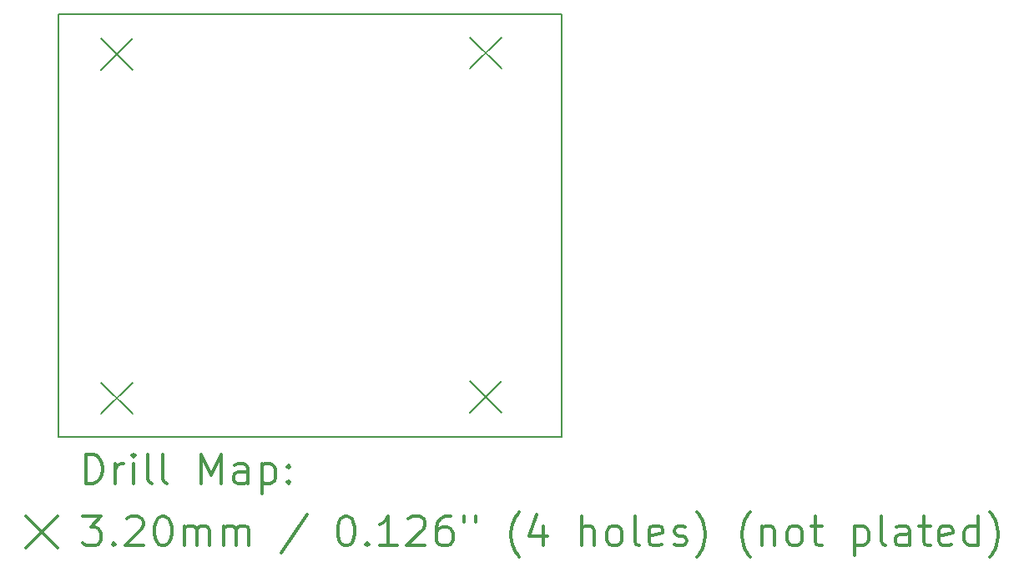
<source format=gbr>
%FSLAX45Y45*%
G04 Gerber Fmt 4.5, Leading zero omitted, Abs format (unit mm)*
G04 Created by KiCad (PCBNEW 4.1.0-alpha+201605262346+6832~44~ubuntu15.10.1-product) date Mon May 30 00:32:09 2016*
%MOMM*%
%LPD*%
G01*
G04 APERTURE LIST*
%ADD10C,0.127000*%
%ADD11C,0.150000*%
%ADD12C,0.200000*%
%ADD13C,0.300000*%
G04 APERTURE END LIST*
D10*
D11*
X12420600Y-14147800D02*
X12344400Y-14147800D01*
X12420600Y-9855200D02*
X12344400Y-9855200D01*
X12420600Y-9855200D02*
X12941300Y-9855200D01*
X12344400Y-14147800D02*
X12344400Y-9855200D01*
X17449800Y-14147800D02*
X12420600Y-14147800D01*
X17449800Y-9855200D02*
X17449800Y-14147800D01*
X12941300Y-9855200D02*
X17449800Y-9855200D01*
D12*
X12781300Y-10101600D02*
X13101300Y-10421600D01*
X13101300Y-10101600D02*
X12781300Y-10421600D01*
X12781300Y-13593600D02*
X13101300Y-13913600D01*
X13101300Y-13593600D02*
X12781300Y-13913600D01*
X16520700Y-10088900D02*
X16840700Y-10408900D01*
X16840700Y-10088900D02*
X16520700Y-10408900D01*
X16520700Y-13580900D02*
X16840700Y-13900900D01*
X16840700Y-13580900D02*
X16520700Y-13900900D01*
D13*
X12623328Y-14621014D02*
X12623328Y-14321014D01*
X12694757Y-14321014D01*
X12737614Y-14335300D01*
X12766186Y-14363871D01*
X12780471Y-14392443D01*
X12794757Y-14449586D01*
X12794757Y-14492443D01*
X12780471Y-14549586D01*
X12766186Y-14578157D01*
X12737614Y-14606729D01*
X12694757Y-14621014D01*
X12623328Y-14621014D01*
X12923328Y-14621014D02*
X12923328Y-14421014D01*
X12923328Y-14478157D02*
X12937614Y-14449586D01*
X12951900Y-14435300D01*
X12980471Y-14421014D01*
X13009043Y-14421014D01*
X13109043Y-14621014D02*
X13109043Y-14421014D01*
X13109043Y-14321014D02*
X13094757Y-14335300D01*
X13109043Y-14349586D01*
X13123328Y-14335300D01*
X13109043Y-14321014D01*
X13109043Y-14349586D01*
X13294757Y-14621014D02*
X13266186Y-14606729D01*
X13251900Y-14578157D01*
X13251900Y-14321014D01*
X13451900Y-14621014D02*
X13423328Y-14606729D01*
X13409043Y-14578157D01*
X13409043Y-14321014D01*
X13794757Y-14621014D02*
X13794757Y-14321014D01*
X13894757Y-14535300D01*
X13994757Y-14321014D01*
X13994757Y-14621014D01*
X14266186Y-14621014D02*
X14266186Y-14463871D01*
X14251900Y-14435300D01*
X14223328Y-14421014D01*
X14166186Y-14421014D01*
X14137614Y-14435300D01*
X14266186Y-14606729D02*
X14237614Y-14621014D01*
X14166186Y-14621014D01*
X14137614Y-14606729D01*
X14123328Y-14578157D01*
X14123328Y-14549586D01*
X14137614Y-14521014D01*
X14166186Y-14506729D01*
X14237614Y-14506729D01*
X14266186Y-14492443D01*
X14409043Y-14421014D02*
X14409043Y-14721014D01*
X14409043Y-14435300D02*
X14437614Y-14421014D01*
X14494757Y-14421014D01*
X14523328Y-14435300D01*
X14537614Y-14449586D01*
X14551900Y-14478157D01*
X14551900Y-14563871D01*
X14537614Y-14592443D01*
X14523328Y-14606729D01*
X14494757Y-14621014D01*
X14437614Y-14621014D01*
X14409043Y-14606729D01*
X14680471Y-14592443D02*
X14694757Y-14606729D01*
X14680471Y-14621014D01*
X14666186Y-14606729D01*
X14680471Y-14592443D01*
X14680471Y-14621014D01*
X14680471Y-14435300D02*
X14694757Y-14449586D01*
X14680471Y-14463871D01*
X14666186Y-14449586D01*
X14680471Y-14435300D01*
X14680471Y-14463871D01*
X12016900Y-14955300D02*
X12336900Y-15275300D01*
X12336900Y-14955300D02*
X12016900Y-15275300D01*
X12594757Y-14951014D02*
X12780471Y-14951014D01*
X12680471Y-15065300D01*
X12723328Y-15065300D01*
X12751900Y-15079586D01*
X12766186Y-15093871D01*
X12780471Y-15122443D01*
X12780471Y-15193871D01*
X12766186Y-15222443D01*
X12751900Y-15236729D01*
X12723328Y-15251014D01*
X12637614Y-15251014D01*
X12609043Y-15236729D01*
X12594757Y-15222443D01*
X12909043Y-15222443D02*
X12923328Y-15236729D01*
X12909043Y-15251014D01*
X12894757Y-15236729D01*
X12909043Y-15222443D01*
X12909043Y-15251014D01*
X13037614Y-14979586D02*
X13051900Y-14965300D01*
X13080471Y-14951014D01*
X13151900Y-14951014D01*
X13180471Y-14965300D01*
X13194757Y-14979586D01*
X13209043Y-15008157D01*
X13209043Y-15036729D01*
X13194757Y-15079586D01*
X13023328Y-15251014D01*
X13209043Y-15251014D01*
X13394757Y-14951014D02*
X13423328Y-14951014D01*
X13451900Y-14965300D01*
X13466186Y-14979586D01*
X13480471Y-15008157D01*
X13494757Y-15065300D01*
X13494757Y-15136729D01*
X13480471Y-15193871D01*
X13466186Y-15222443D01*
X13451900Y-15236729D01*
X13423328Y-15251014D01*
X13394757Y-15251014D01*
X13366186Y-15236729D01*
X13351900Y-15222443D01*
X13337614Y-15193871D01*
X13323328Y-15136729D01*
X13323328Y-15065300D01*
X13337614Y-15008157D01*
X13351900Y-14979586D01*
X13366186Y-14965300D01*
X13394757Y-14951014D01*
X13623328Y-15251014D02*
X13623328Y-15051014D01*
X13623328Y-15079586D02*
X13637614Y-15065300D01*
X13666186Y-15051014D01*
X13709043Y-15051014D01*
X13737614Y-15065300D01*
X13751900Y-15093871D01*
X13751900Y-15251014D01*
X13751900Y-15093871D02*
X13766186Y-15065300D01*
X13794757Y-15051014D01*
X13837614Y-15051014D01*
X13866186Y-15065300D01*
X13880471Y-15093871D01*
X13880471Y-15251014D01*
X14023328Y-15251014D02*
X14023328Y-15051014D01*
X14023328Y-15079586D02*
X14037614Y-15065300D01*
X14066186Y-15051014D01*
X14109043Y-15051014D01*
X14137614Y-15065300D01*
X14151900Y-15093871D01*
X14151900Y-15251014D01*
X14151900Y-15093871D02*
X14166186Y-15065300D01*
X14194757Y-15051014D01*
X14237614Y-15051014D01*
X14266186Y-15065300D01*
X14280471Y-15093871D01*
X14280471Y-15251014D01*
X14866186Y-14936729D02*
X14609043Y-15322443D01*
X15251900Y-14951014D02*
X15280471Y-14951014D01*
X15309043Y-14965300D01*
X15323328Y-14979586D01*
X15337614Y-15008157D01*
X15351900Y-15065300D01*
X15351900Y-15136729D01*
X15337614Y-15193871D01*
X15323328Y-15222443D01*
X15309043Y-15236729D01*
X15280471Y-15251014D01*
X15251900Y-15251014D01*
X15223328Y-15236729D01*
X15209043Y-15222443D01*
X15194757Y-15193871D01*
X15180471Y-15136729D01*
X15180471Y-15065300D01*
X15194757Y-15008157D01*
X15209043Y-14979586D01*
X15223328Y-14965300D01*
X15251900Y-14951014D01*
X15480471Y-15222443D02*
X15494757Y-15236729D01*
X15480471Y-15251014D01*
X15466186Y-15236729D01*
X15480471Y-15222443D01*
X15480471Y-15251014D01*
X15780471Y-15251014D02*
X15609043Y-15251014D01*
X15694757Y-15251014D02*
X15694757Y-14951014D01*
X15666186Y-14993871D01*
X15637614Y-15022443D01*
X15609043Y-15036729D01*
X15894757Y-14979586D02*
X15909043Y-14965300D01*
X15937614Y-14951014D01*
X16009043Y-14951014D01*
X16037614Y-14965300D01*
X16051900Y-14979586D01*
X16066186Y-15008157D01*
X16066186Y-15036729D01*
X16051900Y-15079586D01*
X15880471Y-15251014D01*
X16066186Y-15251014D01*
X16323328Y-14951014D02*
X16266186Y-14951014D01*
X16237614Y-14965300D01*
X16223328Y-14979586D01*
X16194757Y-15022443D01*
X16180471Y-15079586D01*
X16180471Y-15193871D01*
X16194757Y-15222443D01*
X16209043Y-15236729D01*
X16237614Y-15251014D01*
X16294757Y-15251014D01*
X16323328Y-15236729D01*
X16337614Y-15222443D01*
X16351900Y-15193871D01*
X16351900Y-15122443D01*
X16337614Y-15093871D01*
X16323328Y-15079586D01*
X16294757Y-15065300D01*
X16237614Y-15065300D01*
X16209043Y-15079586D01*
X16194757Y-15093871D01*
X16180471Y-15122443D01*
X16466186Y-14951014D02*
X16466186Y-15008157D01*
X16580471Y-14951014D02*
X16580471Y-15008157D01*
X17023328Y-15365300D02*
X17009043Y-15351014D01*
X16980471Y-15308157D01*
X16966186Y-15279586D01*
X16951900Y-15236729D01*
X16937614Y-15165300D01*
X16937614Y-15108157D01*
X16951900Y-15036729D01*
X16966186Y-14993871D01*
X16980471Y-14965300D01*
X17009043Y-14922443D01*
X17023328Y-14908157D01*
X17266186Y-15051014D02*
X17266186Y-15251014D01*
X17194757Y-14936729D02*
X17123328Y-15151014D01*
X17309043Y-15151014D01*
X17651900Y-15251014D02*
X17651900Y-14951014D01*
X17780471Y-15251014D02*
X17780471Y-15093871D01*
X17766186Y-15065300D01*
X17737614Y-15051014D01*
X17694757Y-15051014D01*
X17666186Y-15065300D01*
X17651900Y-15079586D01*
X17966186Y-15251014D02*
X17937614Y-15236729D01*
X17923328Y-15222443D01*
X17909043Y-15193871D01*
X17909043Y-15108157D01*
X17923328Y-15079586D01*
X17937614Y-15065300D01*
X17966186Y-15051014D01*
X18009043Y-15051014D01*
X18037614Y-15065300D01*
X18051900Y-15079586D01*
X18066186Y-15108157D01*
X18066186Y-15193871D01*
X18051900Y-15222443D01*
X18037614Y-15236729D01*
X18009043Y-15251014D01*
X17966186Y-15251014D01*
X18237614Y-15251014D02*
X18209043Y-15236729D01*
X18194757Y-15208157D01*
X18194757Y-14951014D01*
X18466186Y-15236729D02*
X18437614Y-15251014D01*
X18380471Y-15251014D01*
X18351900Y-15236729D01*
X18337614Y-15208157D01*
X18337614Y-15093871D01*
X18351900Y-15065300D01*
X18380471Y-15051014D01*
X18437614Y-15051014D01*
X18466186Y-15065300D01*
X18480471Y-15093871D01*
X18480471Y-15122443D01*
X18337614Y-15151014D01*
X18594757Y-15236729D02*
X18623328Y-15251014D01*
X18680471Y-15251014D01*
X18709043Y-15236729D01*
X18723328Y-15208157D01*
X18723328Y-15193871D01*
X18709043Y-15165300D01*
X18680471Y-15151014D01*
X18637614Y-15151014D01*
X18609043Y-15136729D01*
X18594757Y-15108157D01*
X18594757Y-15093871D01*
X18609043Y-15065300D01*
X18637614Y-15051014D01*
X18680471Y-15051014D01*
X18709043Y-15065300D01*
X18823328Y-15365300D02*
X18837614Y-15351014D01*
X18866186Y-15308157D01*
X18880471Y-15279586D01*
X18894757Y-15236729D01*
X18909043Y-15165300D01*
X18909043Y-15108157D01*
X18894757Y-15036729D01*
X18880471Y-14993871D01*
X18866186Y-14965300D01*
X18837614Y-14922443D01*
X18823328Y-14908157D01*
X19366186Y-15365300D02*
X19351900Y-15351014D01*
X19323328Y-15308157D01*
X19309043Y-15279586D01*
X19294757Y-15236729D01*
X19280471Y-15165300D01*
X19280471Y-15108157D01*
X19294757Y-15036729D01*
X19309043Y-14993871D01*
X19323328Y-14965300D01*
X19351900Y-14922443D01*
X19366186Y-14908157D01*
X19480471Y-15051014D02*
X19480471Y-15251014D01*
X19480471Y-15079586D02*
X19494757Y-15065300D01*
X19523328Y-15051014D01*
X19566186Y-15051014D01*
X19594757Y-15065300D01*
X19609043Y-15093871D01*
X19609043Y-15251014D01*
X19794757Y-15251014D02*
X19766186Y-15236729D01*
X19751900Y-15222443D01*
X19737614Y-15193871D01*
X19737614Y-15108157D01*
X19751900Y-15079586D01*
X19766186Y-15065300D01*
X19794757Y-15051014D01*
X19837614Y-15051014D01*
X19866186Y-15065300D01*
X19880471Y-15079586D01*
X19894757Y-15108157D01*
X19894757Y-15193871D01*
X19880471Y-15222443D01*
X19866186Y-15236729D01*
X19837614Y-15251014D01*
X19794757Y-15251014D01*
X19980471Y-15051014D02*
X20094757Y-15051014D01*
X20023328Y-14951014D02*
X20023328Y-15208157D01*
X20037614Y-15236729D01*
X20066186Y-15251014D01*
X20094757Y-15251014D01*
X20423328Y-15051014D02*
X20423328Y-15351014D01*
X20423328Y-15065300D02*
X20451900Y-15051014D01*
X20509043Y-15051014D01*
X20537614Y-15065300D01*
X20551900Y-15079586D01*
X20566186Y-15108157D01*
X20566186Y-15193871D01*
X20551900Y-15222443D01*
X20537614Y-15236729D01*
X20509043Y-15251014D01*
X20451900Y-15251014D01*
X20423328Y-15236729D01*
X20737614Y-15251014D02*
X20709043Y-15236729D01*
X20694757Y-15208157D01*
X20694757Y-14951014D01*
X20980471Y-15251014D02*
X20980471Y-15093871D01*
X20966186Y-15065300D01*
X20937614Y-15051014D01*
X20880471Y-15051014D01*
X20851900Y-15065300D01*
X20980471Y-15236729D02*
X20951900Y-15251014D01*
X20880471Y-15251014D01*
X20851900Y-15236729D01*
X20837614Y-15208157D01*
X20837614Y-15179586D01*
X20851900Y-15151014D01*
X20880471Y-15136729D01*
X20951900Y-15136729D01*
X20980471Y-15122443D01*
X21080471Y-15051014D02*
X21194757Y-15051014D01*
X21123328Y-14951014D02*
X21123328Y-15208157D01*
X21137614Y-15236729D01*
X21166186Y-15251014D01*
X21194757Y-15251014D01*
X21409043Y-15236729D02*
X21380471Y-15251014D01*
X21323328Y-15251014D01*
X21294757Y-15236729D01*
X21280471Y-15208157D01*
X21280471Y-15093871D01*
X21294757Y-15065300D01*
X21323328Y-15051014D01*
X21380471Y-15051014D01*
X21409043Y-15065300D01*
X21423328Y-15093871D01*
X21423328Y-15122443D01*
X21280471Y-15151014D01*
X21680471Y-15251014D02*
X21680471Y-14951014D01*
X21680471Y-15236729D02*
X21651900Y-15251014D01*
X21594757Y-15251014D01*
X21566186Y-15236729D01*
X21551900Y-15222443D01*
X21537614Y-15193871D01*
X21537614Y-15108157D01*
X21551900Y-15079586D01*
X21566186Y-15065300D01*
X21594757Y-15051014D01*
X21651900Y-15051014D01*
X21680471Y-15065300D01*
X21794757Y-15365300D02*
X21809043Y-15351014D01*
X21837614Y-15308157D01*
X21851900Y-15279586D01*
X21866186Y-15236729D01*
X21880471Y-15165300D01*
X21880471Y-15108157D01*
X21866186Y-15036729D01*
X21851900Y-14993871D01*
X21837614Y-14965300D01*
X21809043Y-14922443D01*
X21794757Y-14908157D01*
M02*

</source>
